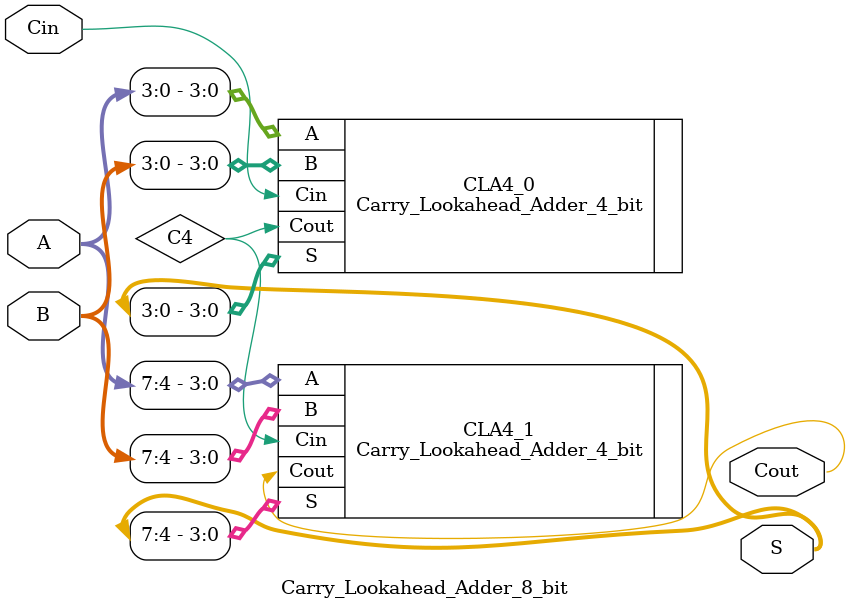
<source format=v>
module Carry_Lookahead_Adder_8_bit(A, B, Cin, S, Cout);
input[7:0] A, B;
input Cin;
output[7:0] S;
output Cout;
wire C4;

Carry_Lookahead_Adder_4_bit CLA4_0(.A(A[3:0]), .B(B[3:0]), .Cin(Cin), .S(S[3:0]), .Cout(C4));
Carry_Lookahead_Adder_4_bit CLA4_1(.A(A[7:4]), .B(B[7:4]), .Cin(C4) , .S(S[7:4]), .Cout(Cout));

endmodule
</source>
